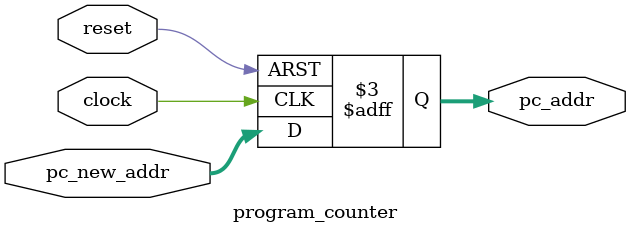
<source format=v>
module program_counter (input             clock, reset,
                        input      [31:0] pc_new_addr,
                        output reg [31:0] pc_addr);
    
    always @ (posedge clock, posedge reset) begin
        if (reset == 1'b1)
            pc_addr <= 32'b0;
        else
            pc_addr <= pc_new_addr;
    end

endmodule

</source>
